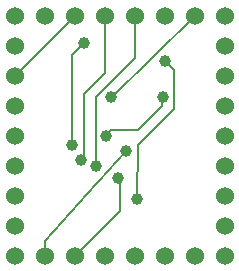
<source format=gbl>
G75*
G70*
%OFA0B0*%
%FSLAX24Y24*%
%IPPOS*%
%LPD*%
%AMOC8*
5,1,8,0,0,1.08239X$1,22.5*
%
%ADD10C,0.0600*%
%ADD11C,0.0396*%
%ADD12C,0.0080*%
D10*
X000551Y000521D03*
X000551Y001521D03*
X000551Y002521D03*
X000551Y003521D03*
X000551Y004521D03*
X000551Y005521D03*
X000551Y006521D03*
X000551Y007521D03*
X000551Y008521D03*
X001551Y008521D03*
X002551Y008521D03*
X003551Y008521D03*
X004551Y008521D03*
X005551Y008521D03*
X006551Y008521D03*
X007551Y008521D03*
X007551Y007521D03*
X007551Y006521D03*
X007551Y005521D03*
X007551Y004521D03*
X007551Y003521D03*
X007551Y002521D03*
X007551Y001521D03*
X007551Y000521D03*
X006551Y000521D03*
X005551Y000521D03*
X004551Y000521D03*
X003551Y000521D03*
X002551Y000521D03*
X001551Y000521D03*
D11*
X003999Y003108D03*
X004615Y002421D03*
X003251Y003521D03*
X002751Y003721D03*
X002451Y004221D03*
X003599Y004516D03*
X004251Y004021D03*
X003770Y005798D03*
X005479Y005817D03*
X005551Y007021D03*
X002851Y007621D03*
D12*
X002451Y007221D01*
X002451Y004221D01*
X002851Y003821D02*
X002751Y003721D01*
X002851Y003821D02*
X002851Y005921D01*
X003551Y006621D01*
X003551Y008521D01*
X002551Y008521D02*
X000551Y006521D01*
X003251Y005821D02*
X003251Y003521D01*
X003351Y003021D02*
X003251Y002921D01*
X001551Y001021D01*
X001551Y000521D01*
X002551Y000521D02*
X004051Y002021D01*
X004051Y003056D01*
X003999Y003108D01*
X003351Y003021D02*
X004251Y004021D01*
X004651Y004221D02*
X004615Y002421D01*
X004651Y004221D02*
X005851Y005421D01*
X005851Y006721D01*
X005551Y007021D01*
X004551Y007121D02*
X003251Y005821D01*
X003770Y005798D02*
X003784Y005817D01*
X006551Y008521D01*
X004551Y008521D02*
X004551Y007121D01*
X005479Y005817D02*
X005451Y005521D01*
X004651Y004721D01*
X003751Y004721D01*
X003599Y004516D01*
M02*

</source>
